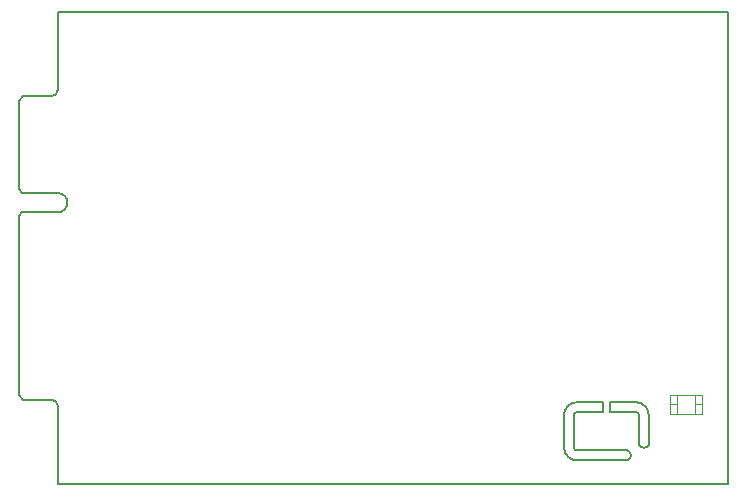
<source format=gm1>
G04 Layer_Color=16711935*
%FSLAX25Y25*%
%MOIN*%
G70*
G01*
G75*
%ADD53C,0.00500*%
%ADD54C,0.00079*%
D53*
X207400Y14000D02*
G03*
X210700Y14000I1650J860D01*
G01*
X203700Y8800D02*
G03*
X203700Y12100I-860J1650D01*
G01*
X210700Y23700D02*
G03*
X206500Y28200I-4350J150D01*
G01*
X182400Y13100D02*
G03*
X186900Y8800I4400J100D01*
G01*
X186800Y28200D02*
G03*
X182400Y23900I-50J-4350D01*
G01*
X185700Y13100D02*
G03*
X186700Y12100I1000J0D01*
G01*
X207400Y23700D02*
G03*
X206500Y24900I-1050J150D01*
G01*
X186700D02*
G03*
X185700Y23900I0J-1000D01*
G01*
X11493Y130208D02*
G03*
X13684Y132348I15J2177D01*
G01*
X13700Y26968D02*
G03*
X11739Y29006I-1999J39D01*
G01*
X13700Y91513D02*
G03*
X13700Y97913I7J3200D01*
G01*
X11475Y130168D02*
G03*
X13678Y132333I61J2141D01*
G01*
X13682Y26928D02*
G03*
X11777Y28945I-1961J56D01*
G01*
X210700Y14000D02*
Y23700D01*
X197800Y28200D02*
X206500D01*
X197800Y24900D02*
Y28200D01*
X186900Y8800D02*
X203700D01*
X182400Y13100D02*
Y23900D01*
X186800Y28200D02*
X187500D01*
X195400Y24900D02*
Y28200D01*
X197800Y24900D02*
X206000D01*
X185700Y13100D02*
Y14200D01*
X207400Y19000D02*
Y21000D01*
X206000Y24900D02*
X206500D01*
X186700D02*
X187000D01*
X187500Y28200D02*
X195400D01*
X237034Y8339D02*
Y150742D01*
X207400Y14000D02*
Y19000D01*
Y21000D02*
Y23700D01*
X186700Y12100D02*
X203700D01*
X187000Y24900D02*
X195400D01*
X185700Y14200D02*
Y23900D01*
X13684Y132348D02*
Y158290D01*
X13678Y132342D02*
X13684Y132348D01*
X13700Y809D02*
Y26968D01*
Y809D02*
X13709Y800D01*
X237034D01*
Y158290D01*
X13684D02*
X237034D01*
X2115Y130208D02*
X11493D01*
X618Y128712D02*
X2115Y130208D01*
X618Y99206D02*
Y128712D01*
X1912Y91600D02*
X13299D01*
X618Y90306D02*
X1912Y91600D01*
X618Y30506D02*
Y90306D01*
Y30506D02*
X2118Y29006D01*
X11739D01*
X618Y99206D02*
X1900Y97924D01*
X13283D01*
X600Y30466D02*
X2100Y28966D01*
X600Y30466D02*
Y90266D01*
X1847Y91513D02*
X13690D01*
X600Y90266D02*
X1847Y91513D01*
X1853Y97913D02*
X13690D01*
X600Y99166D02*
Y128672D01*
X2076Y130147D02*
X11487D01*
X600Y128672D02*
X2076Y130147D01*
X600Y99166D02*
X1853Y97913D01*
X2100Y28966D02*
X11721D01*
D54*
X225955Y27532D02*
X228317D01*
X217687Y27532D02*
X220050Y27532D01*
X220050Y24382D02*
Y30681D01*
X225955Y24382D02*
Y30681D01*
X217687Y24382D02*
X228317Y24382D01*
X228317Y30681D02*
X228317Y24382D01*
X217687Y30681D02*
X228317D01*
X217687Y24382D02*
Y30681D01*
M02*

</source>
